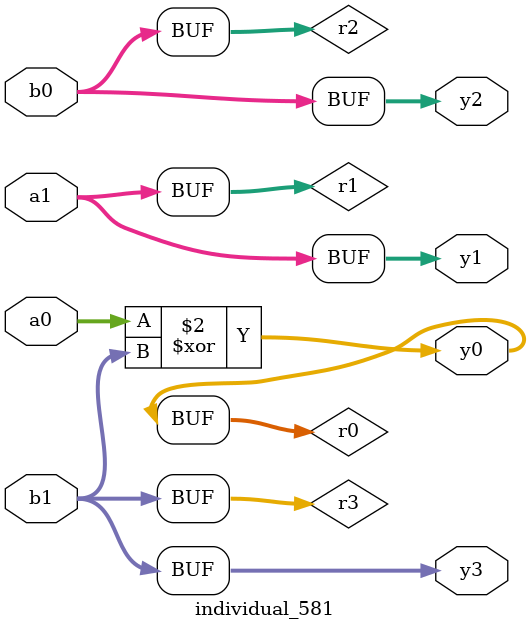
<source format=sv>
module individual_581(input logic [15:0] a1, input logic [15:0] a0, input logic [15:0] b1, input logic [15:0] b0, output logic [15:0] y3, output logic [15:0] y2, output logic [15:0] y1, output logic [15:0] y0);
logic [15:0] r0, r1, r2, r3; 
 always@(*) begin 
	 r0 = a0; r1 = a1; r2 = b0; r3 = b1; 
 	 r0  ^=  r3 ;
 	 y3 = r3; y2 = r2; y1 = r1; y0 = r0; 
end
endmodule
</source>
